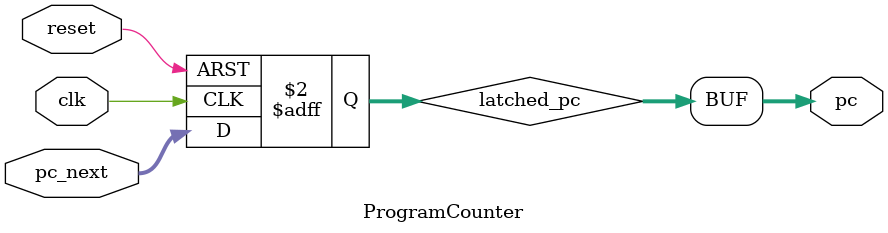
<source format=v>
`ifndef PC_V
`define PC_V

module ProgramCounter(
    input wire clk,
    input wire reset,
    input wire [31:0] pc_next,
    output wire [31:0] pc
);

reg [31:0] latched_pc;
always@(posedge clk or posedge reset) begin
    if(reset) latched_pc <= 32'd0;
    else latched_pc <= pc_next;
end
assign pc = latched_pc;

endmodule

`endif
</source>
